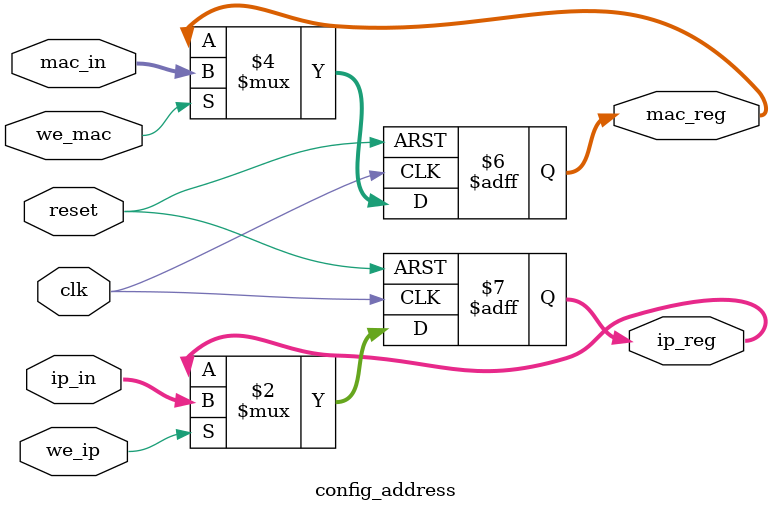
<source format=sv>
`timescale 1ns / 1ps `default_nettype none

module config_address (
    input wire clk,
    input wire reset,

    input wire         we_mac,
    input wire         we_ip,
    input wire [ 47:0] mac_in,
    input wire [127:0] ip_in,

    output reg [ 47:0] mac_reg,
    output reg [127:0] ip_reg
);

    always_ff @(posedge clk or posedge reset) begin
        if (reset) begin
            mac_reg <= 48'b0;
            ip_reg  <= 128'b0;
        end else begin
            if (we_mac) begin
                mac_reg <= mac_in;
            end
            if (we_ip) begin
                ip_reg <= ip_in;
            end
        end
    end

endmodule

</source>
